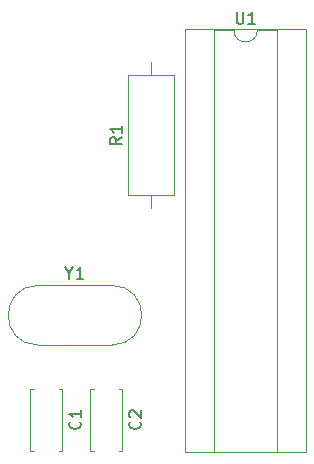
<source format=gbr>
%TF.GenerationSoftware,KiCad,Pcbnew,5.1.9-73d0e3b20d~88~ubuntu18.04.1*%
%TF.CreationDate,2021-02-09T13:12:28+05:30*%
%TF.ProjectId,temperature_sensor_atmega328,74656d70-6572-4617-9475-72655f73656e,rev?*%
%TF.SameCoordinates,Original*%
%TF.FileFunction,Legend,Top*%
%TF.FilePolarity,Positive*%
%FSLAX46Y46*%
G04 Gerber Fmt 4.6, Leading zero omitted, Abs format (unit mm)*
G04 Created by KiCad (PCBNEW 5.1.9-73d0e3b20d~88~ubuntu18.04.1) date 2021-02-09 13:12:28*
%MOMM*%
%LPD*%
G01*
G04 APERTURE LIST*
%ADD10C,0.120000*%
%ADD11C,0.150000*%
G04 APERTURE END LIST*
D10*
%TO.C,U1*%
X141080000Y-55870000D02*
G75*
G02*
X139080000Y-55870000I-1000000J0D01*
G01*
X139080000Y-55870000D02*
X137430000Y-55870000D01*
X137430000Y-55870000D02*
X137430000Y-91550000D01*
X137430000Y-91550000D02*
X142730000Y-91550000D01*
X142730000Y-91550000D02*
X142730000Y-55870000D01*
X142730000Y-55870000D02*
X141080000Y-55870000D01*
X134940000Y-55810000D02*
X134940000Y-91610000D01*
X134940000Y-91610000D02*
X145220000Y-91610000D01*
X145220000Y-91610000D02*
X145220000Y-55810000D01*
X145220000Y-55810000D02*
X134940000Y-55810000D01*
%TO.C,R1*%
X130160000Y-69840000D02*
X134000000Y-69840000D01*
X134000000Y-69840000D02*
X134000000Y-59700000D01*
X134000000Y-59700000D02*
X130160000Y-59700000D01*
X130160000Y-59700000D02*
X130160000Y-69840000D01*
X132080000Y-70950000D02*
X132080000Y-69840000D01*
X132080000Y-58590000D02*
X132080000Y-59700000D01*
%TO.C,Y1*%
X128755000Y-82535000D02*
G75*
G03*
X128755000Y-77485000I0J2525000D01*
G01*
X122505000Y-82535000D02*
G75*
G02*
X122505000Y-77485000I0J2525000D01*
G01*
X122505000Y-77485000D02*
X128755000Y-77485000D01*
X122505000Y-82535000D02*
X128755000Y-82535000D01*
%TO.C,C2*%
X129640000Y-86240000D02*
X129640000Y-91480000D01*
X126900000Y-86240000D02*
X126900000Y-91480000D01*
X129640000Y-86240000D02*
X129325000Y-86240000D01*
X127215000Y-86240000D02*
X126900000Y-86240000D01*
X129640000Y-91480000D02*
X129325000Y-91480000D01*
X127215000Y-91480000D02*
X126900000Y-91480000D01*
%TO.C,C1*%
X124560000Y-86240000D02*
X124560000Y-91480000D01*
X121820000Y-86240000D02*
X121820000Y-91480000D01*
X124560000Y-86240000D02*
X124245000Y-86240000D01*
X122135000Y-86240000D02*
X121820000Y-86240000D01*
X124560000Y-91480000D02*
X124245000Y-91480000D01*
X122135000Y-91480000D02*
X121820000Y-91480000D01*
%TO.C,U1*%
D11*
X139318095Y-54322380D02*
X139318095Y-55131904D01*
X139365714Y-55227142D01*
X139413333Y-55274761D01*
X139508571Y-55322380D01*
X139699047Y-55322380D01*
X139794285Y-55274761D01*
X139841904Y-55227142D01*
X139889523Y-55131904D01*
X139889523Y-54322380D01*
X140889523Y-55322380D02*
X140318095Y-55322380D01*
X140603809Y-55322380D02*
X140603809Y-54322380D01*
X140508571Y-54465238D01*
X140413333Y-54560476D01*
X140318095Y-54608095D01*
%TO.C,R1*%
X129612380Y-64936666D02*
X129136190Y-65270000D01*
X129612380Y-65508095D02*
X128612380Y-65508095D01*
X128612380Y-65127142D01*
X128660000Y-65031904D01*
X128707619Y-64984285D01*
X128802857Y-64936666D01*
X128945714Y-64936666D01*
X129040952Y-64984285D01*
X129088571Y-65031904D01*
X129136190Y-65127142D01*
X129136190Y-65508095D01*
X129612380Y-63984285D02*
X129612380Y-64555714D01*
X129612380Y-64270000D02*
X128612380Y-64270000D01*
X128755238Y-64365238D01*
X128850476Y-64460476D01*
X128898095Y-64555714D01*
%TO.C,Y1*%
X125153809Y-76461190D02*
X125153809Y-76937380D01*
X124820476Y-75937380D02*
X125153809Y-76461190D01*
X125487142Y-75937380D01*
X126344285Y-76937380D02*
X125772857Y-76937380D01*
X126058571Y-76937380D02*
X126058571Y-75937380D01*
X125963333Y-76080238D01*
X125868095Y-76175476D01*
X125772857Y-76223095D01*
%TO.C,C2*%
X131127142Y-89026666D02*
X131174761Y-89074285D01*
X131222380Y-89217142D01*
X131222380Y-89312380D01*
X131174761Y-89455238D01*
X131079523Y-89550476D01*
X130984285Y-89598095D01*
X130793809Y-89645714D01*
X130650952Y-89645714D01*
X130460476Y-89598095D01*
X130365238Y-89550476D01*
X130270000Y-89455238D01*
X130222380Y-89312380D01*
X130222380Y-89217142D01*
X130270000Y-89074285D01*
X130317619Y-89026666D01*
X130317619Y-88645714D02*
X130270000Y-88598095D01*
X130222380Y-88502857D01*
X130222380Y-88264761D01*
X130270000Y-88169523D01*
X130317619Y-88121904D01*
X130412857Y-88074285D01*
X130508095Y-88074285D01*
X130650952Y-88121904D01*
X131222380Y-88693333D01*
X131222380Y-88074285D01*
%TO.C,C1*%
X126047142Y-89026666D02*
X126094761Y-89074285D01*
X126142380Y-89217142D01*
X126142380Y-89312380D01*
X126094761Y-89455238D01*
X125999523Y-89550476D01*
X125904285Y-89598095D01*
X125713809Y-89645714D01*
X125570952Y-89645714D01*
X125380476Y-89598095D01*
X125285238Y-89550476D01*
X125190000Y-89455238D01*
X125142380Y-89312380D01*
X125142380Y-89217142D01*
X125190000Y-89074285D01*
X125237619Y-89026666D01*
X126142380Y-88074285D02*
X126142380Y-88645714D01*
X126142380Y-88360000D02*
X125142380Y-88360000D01*
X125285238Y-88455238D01*
X125380476Y-88550476D01*
X125428095Y-88645714D01*
%TD*%
M02*

</source>
